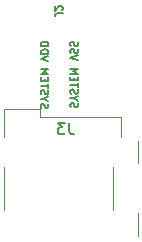
<source format=gbr>
%TF.GenerationSoftware,KiCad,Pcbnew,9.0.1*%
%TF.CreationDate,2025-06-25T00:30:31-04:00*%
%TF.ProjectId,DaughterBoard,44617567-6874-4657-9242-6f6172642e6b,rev?*%
%TF.SameCoordinates,Original*%
%TF.FileFunction,Legend,Bot*%
%TF.FilePolarity,Positive*%
%FSLAX46Y46*%
G04 Gerber Fmt 4.6, Leading zero omitted, Abs format (unit mm)*
G04 Created by KiCad (PCBNEW 9.0.1) date 2025-06-25 00:30:31*
%MOMM*%
%LPD*%
G01*
G04 APERTURE LIST*
%ADD10C,0.127000*%
%ADD11C,0.150000*%
%ADD12C,0.120000*%
G04 APERTURE END LIST*
D10*
X105043079Y-63438077D02*
X105012840Y-63347363D01*
X105012840Y-63347363D02*
X105012840Y-63196172D01*
X105012840Y-63196172D02*
X105043079Y-63135696D01*
X105043079Y-63135696D02*
X105073317Y-63105458D01*
X105073317Y-63105458D02*
X105133793Y-63075220D01*
X105133793Y-63075220D02*
X105194269Y-63075220D01*
X105194269Y-63075220D02*
X105254745Y-63105458D01*
X105254745Y-63105458D02*
X105284983Y-63135696D01*
X105284983Y-63135696D02*
X105315221Y-63196172D01*
X105315221Y-63196172D02*
X105345459Y-63317125D01*
X105345459Y-63317125D02*
X105375698Y-63377601D01*
X105375698Y-63377601D02*
X105405936Y-63407839D01*
X105405936Y-63407839D02*
X105466412Y-63438077D01*
X105466412Y-63438077D02*
X105526888Y-63438077D01*
X105526888Y-63438077D02*
X105587364Y-63407839D01*
X105587364Y-63407839D02*
X105617602Y-63377601D01*
X105617602Y-63377601D02*
X105647840Y-63317125D01*
X105647840Y-63317125D02*
X105647840Y-63165934D01*
X105647840Y-63165934D02*
X105617602Y-63075220D01*
X105315221Y-62682125D02*
X105012840Y-62682125D01*
X105647840Y-62893791D02*
X105315221Y-62682125D01*
X105315221Y-62682125D02*
X105647840Y-62470458D01*
X105043079Y-62289029D02*
X105012840Y-62198315D01*
X105012840Y-62198315D02*
X105012840Y-62047124D01*
X105012840Y-62047124D02*
X105043079Y-61986648D01*
X105043079Y-61986648D02*
X105073317Y-61956410D01*
X105073317Y-61956410D02*
X105133793Y-61926172D01*
X105133793Y-61926172D02*
X105194269Y-61926172D01*
X105194269Y-61926172D02*
X105254745Y-61956410D01*
X105254745Y-61956410D02*
X105284983Y-61986648D01*
X105284983Y-61986648D02*
X105315221Y-62047124D01*
X105315221Y-62047124D02*
X105345459Y-62168077D01*
X105345459Y-62168077D02*
X105375698Y-62228553D01*
X105375698Y-62228553D02*
X105405936Y-62258791D01*
X105405936Y-62258791D02*
X105466412Y-62289029D01*
X105466412Y-62289029D02*
X105526888Y-62289029D01*
X105526888Y-62289029D02*
X105587364Y-62258791D01*
X105587364Y-62258791D02*
X105617602Y-62228553D01*
X105617602Y-62228553D02*
X105647840Y-62168077D01*
X105647840Y-62168077D02*
X105647840Y-62016886D01*
X105647840Y-62016886D02*
X105617602Y-61926172D01*
X105647840Y-61744743D02*
X105647840Y-61381886D01*
X105012840Y-61563315D02*
X105647840Y-61563315D01*
X105345459Y-61170219D02*
X105345459Y-60958552D01*
X105012840Y-60867838D02*
X105012840Y-61170219D01*
X105012840Y-61170219D02*
X105647840Y-61170219D01*
X105647840Y-61170219D02*
X105647840Y-60867838D01*
X105012840Y-60595695D02*
X105647840Y-60595695D01*
X105647840Y-60595695D02*
X105194269Y-60384028D01*
X105194269Y-60384028D02*
X105647840Y-60172362D01*
X105647840Y-60172362D02*
X105012840Y-60172362D01*
X105647840Y-59476885D02*
X105012840Y-59265219D01*
X105012840Y-59265219D02*
X105647840Y-59053552D01*
X105043079Y-58872123D02*
X105012840Y-58781409D01*
X105012840Y-58781409D02*
X105012840Y-58630218D01*
X105012840Y-58630218D02*
X105043079Y-58569742D01*
X105043079Y-58569742D02*
X105073317Y-58539504D01*
X105073317Y-58539504D02*
X105133793Y-58509266D01*
X105133793Y-58509266D02*
X105194269Y-58509266D01*
X105194269Y-58509266D02*
X105254745Y-58539504D01*
X105254745Y-58539504D02*
X105284983Y-58569742D01*
X105284983Y-58569742D02*
X105315221Y-58630218D01*
X105315221Y-58630218D02*
X105345459Y-58751171D01*
X105345459Y-58751171D02*
X105375698Y-58811647D01*
X105375698Y-58811647D02*
X105405936Y-58841885D01*
X105405936Y-58841885D02*
X105466412Y-58872123D01*
X105466412Y-58872123D02*
X105526888Y-58872123D01*
X105526888Y-58872123D02*
X105587364Y-58841885D01*
X105587364Y-58841885D02*
X105617602Y-58811647D01*
X105617602Y-58811647D02*
X105647840Y-58751171D01*
X105647840Y-58751171D02*
X105647840Y-58599980D01*
X105647840Y-58599980D02*
X105617602Y-58509266D01*
X105043079Y-58267361D02*
X105012840Y-58176647D01*
X105012840Y-58176647D02*
X105012840Y-58025456D01*
X105012840Y-58025456D02*
X105043079Y-57964980D01*
X105043079Y-57964980D02*
X105073317Y-57934742D01*
X105073317Y-57934742D02*
X105133793Y-57904504D01*
X105133793Y-57904504D02*
X105194269Y-57904504D01*
X105194269Y-57904504D02*
X105254745Y-57934742D01*
X105254745Y-57934742D02*
X105284983Y-57964980D01*
X105284983Y-57964980D02*
X105315221Y-58025456D01*
X105315221Y-58025456D02*
X105345459Y-58146409D01*
X105345459Y-58146409D02*
X105375698Y-58206885D01*
X105375698Y-58206885D02*
X105405936Y-58237123D01*
X105405936Y-58237123D02*
X105466412Y-58267361D01*
X105466412Y-58267361D02*
X105526888Y-58267361D01*
X105526888Y-58267361D02*
X105587364Y-58237123D01*
X105587364Y-58237123D02*
X105617602Y-58206885D01*
X105617602Y-58206885D02*
X105647840Y-58146409D01*
X105647840Y-58146409D02*
X105647840Y-57995218D01*
X105647840Y-57995218D02*
X105617602Y-57904504D01*
X102543079Y-63498553D02*
X102512840Y-63407839D01*
X102512840Y-63407839D02*
X102512840Y-63256648D01*
X102512840Y-63256648D02*
X102543079Y-63196172D01*
X102543079Y-63196172D02*
X102573317Y-63165934D01*
X102573317Y-63165934D02*
X102633793Y-63135696D01*
X102633793Y-63135696D02*
X102694269Y-63135696D01*
X102694269Y-63135696D02*
X102754745Y-63165934D01*
X102754745Y-63165934D02*
X102784983Y-63196172D01*
X102784983Y-63196172D02*
X102815221Y-63256648D01*
X102815221Y-63256648D02*
X102845459Y-63377601D01*
X102845459Y-63377601D02*
X102875698Y-63438077D01*
X102875698Y-63438077D02*
X102905936Y-63468315D01*
X102905936Y-63468315D02*
X102966412Y-63498553D01*
X102966412Y-63498553D02*
X103026888Y-63498553D01*
X103026888Y-63498553D02*
X103087364Y-63468315D01*
X103087364Y-63468315D02*
X103117602Y-63438077D01*
X103117602Y-63438077D02*
X103147840Y-63377601D01*
X103147840Y-63377601D02*
X103147840Y-63226410D01*
X103147840Y-63226410D02*
X103117602Y-63135696D01*
X102815221Y-62742601D02*
X102512840Y-62742601D01*
X103147840Y-62954267D02*
X102815221Y-62742601D01*
X102815221Y-62742601D02*
X103147840Y-62530934D01*
X102543079Y-62349505D02*
X102512840Y-62258791D01*
X102512840Y-62258791D02*
X102512840Y-62107600D01*
X102512840Y-62107600D02*
X102543079Y-62047124D01*
X102543079Y-62047124D02*
X102573317Y-62016886D01*
X102573317Y-62016886D02*
X102633793Y-61986648D01*
X102633793Y-61986648D02*
X102694269Y-61986648D01*
X102694269Y-61986648D02*
X102754745Y-62016886D01*
X102754745Y-62016886D02*
X102784983Y-62047124D01*
X102784983Y-62047124D02*
X102815221Y-62107600D01*
X102815221Y-62107600D02*
X102845459Y-62228553D01*
X102845459Y-62228553D02*
X102875698Y-62289029D01*
X102875698Y-62289029D02*
X102905936Y-62319267D01*
X102905936Y-62319267D02*
X102966412Y-62349505D01*
X102966412Y-62349505D02*
X103026888Y-62349505D01*
X103026888Y-62349505D02*
X103087364Y-62319267D01*
X103087364Y-62319267D02*
X103117602Y-62289029D01*
X103117602Y-62289029D02*
X103147840Y-62228553D01*
X103147840Y-62228553D02*
X103147840Y-62077362D01*
X103147840Y-62077362D02*
X103117602Y-61986648D01*
X103147840Y-61805219D02*
X103147840Y-61442362D01*
X102512840Y-61623791D02*
X103147840Y-61623791D01*
X102845459Y-61230695D02*
X102845459Y-61019028D01*
X102512840Y-60928314D02*
X102512840Y-61230695D01*
X102512840Y-61230695D02*
X103147840Y-61230695D01*
X103147840Y-61230695D02*
X103147840Y-60928314D01*
X102512840Y-60656171D02*
X103147840Y-60656171D01*
X103147840Y-60656171D02*
X102694269Y-60444504D01*
X102694269Y-60444504D02*
X103147840Y-60232838D01*
X103147840Y-60232838D02*
X102512840Y-60232838D01*
X103147840Y-59537361D02*
X102512840Y-59325695D01*
X102512840Y-59325695D02*
X103147840Y-59114028D01*
X102512840Y-58902361D02*
X103147840Y-58902361D01*
X103147840Y-58902361D02*
X103147840Y-58751171D01*
X103147840Y-58751171D02*
X103117602Y-58660456D01*
X103117602Y-58660456D02*
X103057126Y-58599980D01*
X103057126Y-58599980D02*
X102996650Y-58569742D01*
X102996650Y-58569742D02*
X102875698Y-58539504D01*
X102875698Y-58539504D02*
X102784983Y-58539504D01*
X102784983Y-58539504D02*
X102664031Y-58569742D01*
X102664031Y-58569742D02*
X102603555Y-58599980D01*
X102603555Y-58599980D02*
X102543079Y-58660456D01*
X102543079Y-58660456D02*
X102512840Y-58751171D01*
X102512840Y-58751171D02*
X102512840Y-58902361D01*
X102512840Y-58267361D02*
X103147840Y-58267361D01*
X103147840Y-58267361D02*
X103147840Y-58116171D01*
X103147840Y-58116171D02*
X103117602Y-58025456D01*
X103117602Y-58025456D02*
X103057126Y-57964980D01*
X103057126Y-57964980D02*
X102996650Y-57934742D01*
X102996650Y-57934742D02*
X102875698Y-57904504D01*
X102875698Y-57904504D02*
X102784983Y-57904504D01*
X102784983Y-57904504D02*
X102664031Y-57934742D01*
X102664031Y-57934742D02*
X102603555Y-57964980D01*
X102603555Y-57964980D02*
X102543079Y-58025456D01*
X102543079Y-58025456D02*
X102512840Y-58116171D01*
X102512840Y-58116171D02*
X102512840Y-58267361D01*
D11*
X104933333Y-64754819D02*
X104933333Y-65469104D01*
X104933333Y-65469104D02*
X104980952Y-65611961D01*
X104980952Y-65611961D02*
X105076190Y-65707200D01*
X105076190Y-65707200D02*
X105219047Y-65754819D01*
X105219047Y-65754819D02*
X105314285Y-65754819D01*
X104552380Y-64754819D02*
X103933333Y-64754819D01*
X103933333Y-64754819D02*
X104266666Y-65135771D01*
X104266666Y-65135771D02*
X104123809Y-65135771D01*
X104123809Y-65135771D02*
X104028571Y-65183390D01*
X104028571Y-65183390D02*
X103980952Y-65231009D01*
X103980952Y-65231009D02*
X103933333Y-65326247D01*
X103933333Y-65326247D02*
X103933333Y-65564342D01*
X103933333Y-65564342D02*
X103980952Y-65659580D01*
X103980952Y-65659580D02*
X104028571Y-65707200D01*
X104028571Y-65707200D02*
X104123809Y-65754819D01*
X104123809Y-65754819D02*
X104409523Y-65754819D01*
X104409523Y-65754819D02*
X104504761Y-65707200D01*
X104504761Y-65707200D02*
X104552380Y-65659580D01*
D10*
X104347840Y-55511666D02*
X103894269Y-55511666D01*
X103894269Y-55511666D02*
X103803555Y-55541905D01*
X103803555Y-55541905D02*
X103743079Y-55602381D01*
X103743079Y-55602381D02*
X103712840Y-55693095D01*
X103712840Y-55693095D02*
X103712840Y-55753571D01*
X104287364Y-55239523D02*
X104317602Y-55209285D01*
X104317602Y-55209285D02*
X104347840Y-55148809D01*
X104347840Y-55148809D02*
X104347840Y-54997618D01*
X104347840Y-54997618D02*
X104317602Y-54937142D01*
X104317602Y-54937142D02*
X104287364Y-54906904D01*
X104287364Y-54906904D02*
X104226888Y-54876666D01*
X104226888Y-54876666D02*
X104166412Y-54876666D01*
X104166412Y-54876666D02*
X104075698Y-54906904D01*
X104075698Y-54906904D02*
X103712840Y-55269761D01*
X103712840Y-55269761D02*
X103712840Y-54876666D01*
D12*
%TO.C,J3*%
X99400000Y-63575000D02*
X99400000Y-65965000D01*
X99400000Y-63575000D02*
X102400000Y-63575000D01*
X99400000Y-68485000D02*
X99400000Y-72115000D01*
X102400000Y-63575000D02*
X102400000Y-64275000D01*
X102400000Y-64275000D02*
X109300000Y-64275000D01*
X108600000Y-68505000D02*
X108600000Y-72115000D01*
X109300000Y-65965000D02*
X109300000Y-64275000D01*
X110760000Y-66290000D02*
X110760000Y-68160000D01*
X110760000Y-72440000D02*
X110760000Y-74310000D01*
%TD*%
M02*

</source>
